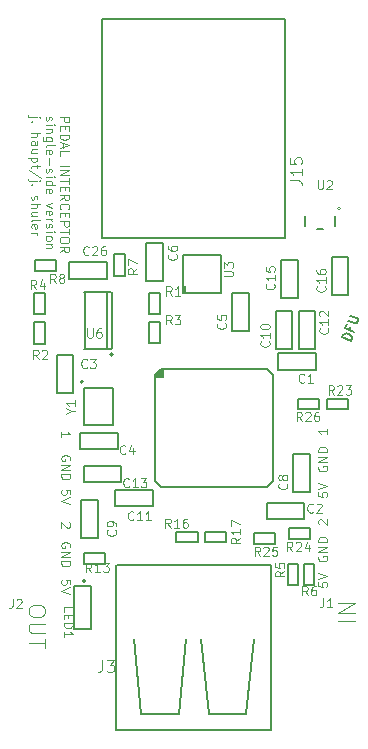
<source format=gbr>
G04 #@! TF.GenerationSoftware,KiCad,Pcbnew,5.0.2+dfsg1-1*
G04 #@! TF.CreationDate,2020-08-15T21:59:55-04:00*
G04 #@! TF.ProjectId,interceptor,696e7465-7263-4657-9074-6f722e6b6963,rev?*
G04 #@! TF.SameCoordinates,Original*
G04 #@! TF.FileFunction,Legend,Top*
G04 #@! TF.FilePolarity,Positive*
%FSLAX46Y46*%
G04 Gerber Fmt 4.6, Leading zero omitted, Abs format (unit mm)*
G04 Created by KiCad (PCBNEW 5.0.2+dfsg1-1) date Sat 15 Aug 2020 09:59:55 PM EDT*
%MOMM*%
%LPD*%
G01*
G04 APERTURE LIST*
%ADD10C,0.150000*%
%ADD11C,0.065024*%
%ADD12C,0.081280*%
%ADD13C,0.101600*%
%ADD14C,0.200000*%
%ADD15C,0.152400*%
%ADD16C,0.203200*%
%ADD17C,0.100000*%
%ADD18C,0.127000*%
%ADD19C,0.061772*%
%ADD20C,0.077216*%
G04 APERTURE END LIST*
D10*
X135141421Y-118500000D02*
G75*
G03X135141421Y-118500000I-141421J0D01*
G01*
D11*
X132983297Y-79226113D02*
X133755457Y-79226113D01*
X133755457Y-79520269D01*
X133718688Y-79593808D01*
X133681918Y-79630577D01*
X133608379Y-79667347D01*
X133498070Y-79667347D01*
X133424531Y-79630577D01*
X133387762Y-79593808D01*
X133350992Y-79520269D01*
X133350992Y-79226113D01*
X133387762Y-79998273D02*
X133387762Y-80255659D01*
X132983297Y-80365968D02*
X132983297Y-79998273D01*
X133755457Y-79998273D01*
X133755457Y-80365968D01*
X132983297Y-80696894D02*
X133755457Y-80696894D01*
X133755457Y-80880741D01*
X133718688Y-80991050D01*
X133645148Y-81064589D01*
X133571609Y-81101358D01*
X133424531Y-81138128D01*
X133314223Y-81138128D01*
X133167145Y-81101358D01*
X133093606Y-81064589D01*
X133020067Y-80991050D01*
X132983297Y-80880741D01*
X132983297Y-80696894D01*
X133203914Y-81432284D02*
X133203914Y-81799979D01*
X132983297Y-81358745D02*
X133755457Y-81616132D01*
X132983297Y-81873518D01*
X132983297Y-82498600D02*
X132983297Y-82130905D01*
X133755457Y-82130905D01*
X132983297Y-83344299D02*
X133755457Y-83344299D01*
X132983297Y-83711995D02*
X133755457Y-83711995D01*
X132983297Y-84153229D01*
X133755457Y-84153229D01*
X133755457Y-84410616D02*
X133755457Y-84851850D01*
X132983297Y-84631233D02*
X133755457Y-84631233D01*
X133387762Y-85109237D02*
X133387762Y-85366623D01*
X132983297Y-85476932D02*
X132983297Y-85109237D01*
X133755457Y-85109237D01*
X133755457Y-85476932D01*
X132983297Y-86249092D02*
X133350992Y-85991705D01*
X132983297Y-85807857D02*
X133755457Y-85807857D01*
X133755457Y-86102014D01*
X133718688Y-86175553D01*
X133681918Y-86212322D01*
X133608379Y-86249092D01*
X133498070Y-86249092D01*
X133424531Y-86212322D01*
X133387762Y-86175553D01*
X133350992Y-86102014D01*
X133350992Y-85807857D01*
X133056836Y-87021252D02*
X133020067Y-86984482D01*
X132983297Y-86874174D01*
X132983297Y-86800635D01*
X133020067Y-86690326D01*
X133093606Y-86616787D01*
X133167145Y-86580017D01*
X133314223Y-86543248D01*
X133424531Y-86543248D01*
X133571609Y-86580017D01*
X133645148Y-86616787D01*
X133718688Y-86690326D01*
X133755457Y-86800635D01*
X133755457Y-86874174D01*
X133718688Y-86984482D01*
X133681918Y-87021252D01*
X133387762Y-87352177D02*
X133387762Y-87609564D01*
X132983297Y-87719873D02*
X132983297Y-87352177D01*
X133755457Y-87352177D01*
X133755457Y-87719873D01*
X132983297Y-88050798D02*
X133755457Y-88050798D01*
X133755457Y-88344955D01*
X133718688Y-88418494D01*
X133681918Y-88455263D01*
X133608379Y-88492033D01*
X133498070Y-88492033D01*
X133424531Y-88455263D01*
X133387762Y-88418494D01*
X133350992Y-88344955D01*
X133350992Y-88050798D01*
X133755457Y-88712650D02*
X133755457Y-89153884D01*
X132983297Y-88933267D02*
X133755457Y-88933267D01*
X133755457Y-89558349D02*
X133755457Y-89705427D01*
X133718688Y-89778966D01*
X133645148Y-89852505D01*
X133498070Y-89889275D01*
X133240684Y-89889275D01*
X133093606Y-89852505D01*
X133020067Y-89778966D01*
X132983297Y-89705427D01*
X132983297Y-89558349D01*
X133020067Y-89484810D01*
X133093606Y-89411271D01*
X133240684Y-89374501D01*
X133498070Y-89374501D01*
X133645148Y-89411271D01*
X133718688Y-89484810D01*
X133755457Y-89558349D01*
X132983297Y-90661435D02*
X133350992Y-90404048D01*
X132983297Y-90220200D02*
X133755457Y-90220200D01*
X133755457Y-90514357D01*
X133718688Y-90587896D01*
X133681918Y-90624665D01*
X133608379Y-90661435D01*
X133498070Y-90661435D01*
X133424531Y-90624665D01*
X133387762Y-90587896D01*
X133350992Y-90514357D01*
X133350992Y-90220200D01*
X131796803Y-79189343D02*
X131760033Y-79262882D01*
X131760033Y-79409960D01*
X131796803Y-79483499D01*
X131870342Y-79520269D01*
X131907111Y-79520269D01*
X131980650Y-79483499D01*
X132017420Y-79409960D01*
X132017420Y-79299652D01*
X132054189Y-79226113D01*
X132127728Y-79189343D01*
X132164498Y-79189343D01*
X132238037Y-79226113D01*
X132274806Y-79299652D01*
X132274806Y-79409960D01*
X132238037Y-79483499D01*
X131760033Y-79851195D02*
X132274806Y-79851195D01*
X132532193Y-79851195D02*
X132495424Y-79814425D01*
X132458654Y-79851195D01*
X132495424Y-79887964D01*
X132532193Y-79851195D01*
X132458654Y-79851195D01*
X132274806Y-80218890D02*
X131760033Y-80218890D01*
X132201267Y-80218890D02*
X132238037Y-80255659D01*
X132274806Y-80329198D01*
X132274806Y-80439507D01*
X132238037Y-80513046D01*
X132164498Y-80549816D01*
X131760033Y-80549816D01*
X132274806Y-81248437D02*
X131649724Y-81248437D01*
X131576185Y-81211667D01*
X131539416Y-81174897D01*
X131502646Y-81101358D01*
X131502646Y-80991050D01*
X131539416Y-80917511D01*
X131796803Y-81248437D02*
X131760033Y-81174897D01*
X131760033Y-81027819D01*
X131796803Y-80954280D01*
X131833572Y-80917511D01*
X131907111Y-80880741D01*
X132127728Y-80880741D01*
X132201267Y-80917511D01*
X132238037Y-80954280D01*
X132274806Y-81027819D01*
X132274806Y-81174897D01*
X132238037Y-81248437D01*
X131760033Y-81726440D02*
X131796803Y-81652901D01*
X131870342Y-81616132D01*
X132532193Y-81616132D01*
X131796803Y-82314753D02*
X131760033Y-82241214D01*
X131760033Y-82094136D01*
X131796803Y-82020597D01*
X131870342Y-81983827D01*
X132164498Y-81983827D01*
X132238037Y-82020597D01*
X132274806Y-82094136D01*
X132274806Y-82241214D01*
X132238037Y-82314753D01*
X132164498Y-82351522D01*
X132090959Y-82351522D01*
X132017420Y-81983827D01*
X132054189Y-82682448D02*
X132054189Y-83270760D01*
X131796803Y-83601686D02*
X131760033Y-83675225D01*
X131760033Y-83822303D01*
X131796803Y-83895842D01*
X131870342Y-83932612D01*
X131907111Y-83932612D01*
X131980650Y-83895842D01*
X132017420Y-83822303D01*
X132017420Y-83711995D01*
X132054189Y-83638456D01*
X132127728Y-83601686D01*
X132164498Y-83601686D01*
X132238037Y-83638456D01*
X132274806Y-83711995D01*
X132274806Y-83822303D01*
X132238037Y-83895842D01*
X131760033Y-84263537D02*
X132274806Y-84263537D01*
X132532193Y-84263537D02*
X132495424Y-84226768D01*
X132458654Y-84263537D01*
X132495424Y-84300307D01*
X132532193Y-84263537D01*
X132458654Y-84263537D01*
X131760033Y-84962158D02*
X132532193Y-84962158D01*
X131796803Y-84962158D02*
X131760033Y-84888619D01*
X131760033Y-84741541D01*
X131796803Y-84668002D01*
X131833572Y-84631233D01*
X131907111Y-84594463D01*
X132127728Y-84594463D01*
X132201267Y-84631233D01*
X132238037Y-84668002D01*
X132274806Y-84741541D01*
X132274806Y-84888619D01*
X132238037Y-84962158D01*
X131796803Y-85624010D02*
X131760033Y-85550471D01*
X131760033Y-85403393D01*
X131796803Y-85329854D01*
X131870342Y-85293084D01*
X132164498Y-85293084D01*
X132238037Y-85329854D01*
X132274806Y-85403393D01*
X132274806Y-85550471D01*
X132238037Y-85624010D01*
X132164498Y-85660779D01*
X132090959Y-85660779D01*
X132017420Y-85293084D01*
X132274806Y-86506478D02*
X131760033Y-86690326D01*
X132274806Y-86874174D01*
X131796803Y-87462486D02*
X131760033Y-87388947D01*
X131760033Y-87241869D01*
X131796803Y-87168330D01*
X131870342Y-87131560D01*
X132164498Y-87131560D01*
X132238037Y-87168330D01*
X132274806Y-87241869D01*
X132274806Y-87388947D01*
X132238037Y-87462486D01*
X132164498Y-87499256D01*
X132090959Y-87499256D01*
X132017420Y-87131560D01*
X131760033Y-87830181D02*
X132274806Y-87830181D01*
X132127728Y-87830181D02*
X132201267Y-87866951D01*
X132238037Y-87903720D01*
X132274806Y-87977259D01*
X132274806Y-88050798D01*
X131796803Y-88271416D02*
X131760033Y-88344955D01*
X131760033Y-88492033D01*
X131796803Y-88565572D01*
X131870342Y-88602341D01*
X131907111Y-88602341D01*
X131980650Y-88565572D01*
X132017420Y-88492033D01*
X132017420Y-88381724D01*
X132054189Y-88308185D01*
X132127728Y-88271416D01*
X132164498Y-88271416D01*
X132238037Y-88308185D01*
X132274806Y-88381724D01*
X132274806Y-88492033D01*
X132238037Y-88565572D01*
X131760033Y-88933267D02*
X132274806Y-88933267D01*
X132532193Y-88933267D02*
X132495424Y-88896497D01*
X132458654Y-88933267D01*
X132495424Y-88970037D01*
X132532193Y-88933267D01*
X132458654Y-88933267D01*
X131760033Y-89411271D02*
X131796803Y-89337732D01*
X131833572Y-89300962D01*
X131907111Y-89264193D01*
X132127728Y-89264193D01*
X132201267Y-89300962D01*
X132238037Y-89337732D01*
X132274806Y-89411271D01*
X132274806Y-89521579D01*
X132238037Y-89595118D01*
X132201267Y-89631888D01*
X132127728Y-89668657D01*
X131907111Y-89668657D01*
X131833572Y-89631888D01*
X131796803Y-89595118D01*
X131760033Y-89521579D01*
X131760033Y-89411271D01*
X132274806Y-89999583D02*
X131760033Y-89999583D01*
X132201267Y-89999583D02*
X132238037Y-90036353D01*
X132274806Y-90109892D01*
X132274806Y-90220200D01*
X132238037Y-90293739D01*
X132164498Y-90330509D01*
X131760033Y-90330509D01*
X131051542Y-79226113D02*
X130389691Y-79226113D01*
X130316152Y-79189343D01*
X130279382Y-79115804D01*
X130279382Y-79079035D01*
X131308929Y-79226113D02*
X131272160Y-79189343D01*
X131235390Y-79226113D01*
X131272160Y-79262882D01*
X131308929Y-79226113D01*
X131235390Y-79226113D01*
X130610308Y-79593808D02*
X130573539Y-79630577D01*
X130536769Y-79593808D01*
X130573539Y-79557038D01*
X130610308Y-79593808D01*
X130536769Y-79593808D01*
X130536769Y-80549816D02*
X131308929Y-80549816D01*
X130536769Y-80880741D02*
X130941234Y-80880741D01*
X131014773Y-80843972D01*
X131051542Y-80770433D01*
X131051542Y-80660124D01*
X131014773Y-80586585D01*
X130978003Y-80549816D01*
X130536769Y-81579362D02*
X130941234Y-81579362D01*
X131014773Y-81542593D01*
X131051542Y-81469054D01*
X131051542Y-81321976D01*
X131014773Y-81248437D01*
X130573539Y-81579362D02*
X130536769Y-81505823D01*
X130536769Y-81321976D01*
X130573539Y-81248437D01*
X130647078Y-81211667D01*
X130720617Y-81211667D01*
X130794156Y-81248437D01*
X130830925Y-81321976D01*
X130830925Y-81505823D01*
X130867695Y-81579362D01*
X131051542Y-82277983D02*
X130536769Y-82277983D01*
X131051542Y-81947057D02*
X130647078Y-81947057D01*
X130573539Y-81983827D01*
X130536769Y-82057366D01*
X130536769Y-82167675D01*
X130573539Y-82241214D01*
X130610308Y-82277983D01*
X131051542Y-82645678D02*
X130279382Y-82645678D01*
X131014773Y-82645678D02*
X131051542Y-82719217D01*
X131051542Y-82866296D01*
X131014773Y-82939835D01*
X130978003Y-82976604D01*
X130904464Y-83013374D01*
X130683847Y-83013374D01*
X130610308Y-82976604D01*
X130573539Y-82939835D01*
X130536769Y-82866296D01*
X130536769Y-82719217D01*
X130573539Y-82645678D01*
X131051542Y-83233991D02*
X131051542Y-83528147D01*
X131308929Y-83344299D02*
X130647078Y-83344299D01*
X130573539Y-83381069D01*
X130536769Y-83454608D01*
X130536769Y-83528147D01*
X131345699Y-84337077D02*
X130352921Y-83675225D01*
X131051542Y-84594463D02*
X130389691Y-84594463D01*
X130316152Y-84557694D01*
X130279382Y-84484155D01*
X130279382Y-84447385D01*
X131308929Y-84594463D02*
X131272160Y-84557694D01*
X131235390Y-84594463D01*
X131272160Y-84631233D01*
X131308929Y-84594463D01*
X131235390Y-84594463D01*
X130610308Y-84962158D02*
X130573539Y-84998928D01*
X130536769Y-84962158D01*
X130573539Y-84925389D01*
X130610308Y-84962158D01*
X130536769Y-84962158D01*
X130573539Y-85881397D02*
X130536769Y-85954936D01*
X130536769Y-86102014D01*
X130573539Y-86175553D01*
X130647078Y-86212322D01*
X130683847Y-86212322D01*
X130757386Y-86175553D01*
X130794156Y-86102014D01*
X130794156Y-85991705D01*
X130830925Y-85918166D01*
X130904464Y-85881397D01*
X130941234Y-85881397D01*
X131014773Y-85918166D01*
X131051542Y-85991705D01*
X131051542Y-86102014D01*
X131014773Y-86175553D01*
X130536769Y-86543248D02*
X131308929Y-86543248D01*
X130536769Y-86874174D02*
X130941234Y-86874174D01*
X131014773Y-86837404D01*
X131051542Y-86763865D01*
X131051542Y-86653557D01*
X131014773Y-86580017D01*
X130978003Y-86543248D01*
X131051542Y-87572795D02*
X130536769Y-87572795D01*
X131051542Y-87241869D02*
X130647078Y-87241869D01*
X130573539Y-87278638D01*
X130536769Y-87352177D01*
X130536769Y-87462486D01*
X130573539Y-87536025D01*
X130610308Y-87572795D01*
X130536769Y-88050798D02*
X130573539Y-87977259D01*
X130647078Y-87940490D01*
X131308929Y-87940490D01*
X130573539Y-88639111D02*
X130536769Y-88565572D01*
X130536769Y-88418494D01*
X130573539Y-88344955D01*
X130647078Y-88308185D01*
X130941234Y-88308185D01*
X131014773Y-88344955D01*
X131051542Y-88418494D01*
X131051542Y-88565572D01*
X131014773Y-88639111D01*
X130941234Y-88675880D01*
X130867695Y-88675880D01*
X130794156Y-88308185D01*
X130536769Y-89006806D02*
X131051542Y-89006806D01*
X130904464Y-89006806D02*
X130978003Y-89043576D01*
X131014773Y-89080345D01*
X131051542Y-89153884D01*
X131051542Y-89227423D01*
X133818260Y-115648177D02*
X133855029Y-115574638D01*
X133855029Y-115464330D01*
X133818260Y-115354021D01*
X133744720Y-115280482D01*
X133671181Y-115243713D01*
X133524103Y-115206943D01*
X133413795Y-115206943D01*
X133266717Y-115243713D01*
X133193178Y-115280482D01*
X133119639Y-115354021D01*
X133082869Y-115464330D01*
X133082869Y-115537869D01*
X133119639Y-115648177D01*
X133156408Y-115684947D01*
X133413795Y-115684947D01*
X133413795Y-115537869D01*
X133082869Y-116015873D02*
X133855029Y-116015873D01*
X133082869Y-116457107D01*
X133855029Y-116457107D01*
X133082869Y-116824802D02*
X133855029Y-116824802D01*
X133855029Y-117008650D01*
X133818260Y-117118958D01*
X133744720Y-117192497D01*
X133671181Y-117229267D01*
X133524103Y-117266037D01*
X133413795Y-117266037D01*
X133266717Y-117229267D01*
X133193178Y-117192497D01*
X133119639Y-117118958D01*
X133082869Y-117008650D01*
X133082869Y-116824802D01*
X133781490Y-113530543D02*
X133818260Y-113567313D01*
X133855029Y-113640852D01*
X133855029Y-113824699D01*
X133818260Y-113898238D01*
X133781490Y-113935008D01*
X133707951Y-113971777D01*
X133634412Y-113971777D01*
X133524103Y-113935008D01*
X133082869Y-113493774D01*
X133082869Y-113971777D01*
X133082869Y-106300977D02*
X133082869Y-105859743D01*
X133082869Y-106080360D02*
X133855029Y-106080360D01*
X133744720Y-106006821D01*
X133671181Y-105933282D01*
X133634412Y-105859743D01*
D12*
X131716666Y-120902832D02*
X131716666Y-121169498D01*
X131650000Y-121302832D01*
X131516666Y-121436165D01*
X131250000Y-121502832D01*
X130783333Y-121502832D01*
X130516666Y-121436165D01*
X130383333Y-121302832D01*
X130316666Y-121169498D01*
X130316666Y-120902832D01*
X130383333Y-120769498D01*
X130516666Y-120636165D01*
X130783333Y-120569498D01*
X131250000Y-120569498D01*
X131516666Y-120636165D01*
X131650000Y-120769498D01*
X131716666Y-120902832D01*
X131716666Y-122102832D02*
X130583333Y-122102832D01*
X130450000Y-122169498D01*
X130383333Y-122236165D01*
X130316666Y-122369498D01*
X130316666Y-122636165D01*
X130383333Y-122769498D01*
X130450000Y-122836165D01*
X130583333Y-122902832D01*
X131716666Y-122902832D01*
X131716666Y-123369498D02*
X131716666Y-124169498D01*
X130316666Y-123769498D02*
X131716666Y-123769498D01*
D13*
X157933333Y-121850626D02*
X156533333Y-121850626D01*
X157933333Y-121183960D02*
X156533333Y-121183960D01*
X157933333Y-120383960D01*
X156533333Y-120383960D01*
D11*
X155615330Y-105598622D02*
X155615330Y-106039856D01*
X155615330Y-105819239D02*
X154843170Y-105819239D01*
X154953479Y-105892778D01*
X155027018Y-105966317D01*
X155063787Y-106039856D01*
X154916709Y-113710656D02*
X154879940Y-113673886D01*
X154843170Y-113600347D01*
X154843170Y-113416500D01*
X154879940Y-113342961D01*
X154916709Y-113306191D01*
X154990248Y-113269422D01*
X155063787Y-113269422D01*
X155174096Y-113306191D01*
X155615330Y-113747425D01*
X155615330Y-113269422D01*
X154879940Y-116393622D02*
X154843170Y-116467161D01*
X154843170Y-116577469D01*
X154879940Y-116687778D01*
X154953479Y-116761317D01*
X155027018Y-116798086D01*
X155174096Y-116834856D01*
X155284404Y-116834856D01*
X155431482Y-116798086D01*
X155505021Y-116761317D01*
X155578560Y-116687778D01*
X155615330Y-116577469D01*
X155615330Y-116503930D01*
X155578560Y-116393622D01*
X155541791Y-116356852D01*
X155284404Y-116356852D01*
X155284404Y-116503930D01*
X155615330Y-116025926D02*
X154843170Y-116025926D01*
X155615330Y-115584692D01*
X154843170Y-115584692D01*
X155615330Y-115216997D02*
X154843170Y-115216997D01*
X154843170Y-115033149D01*
X154879940Y-114922841D01*
X154953479Y-114849302D01*
X155027018Y-114812532D01*
X155174096Y-114775762D01*
X155284404Y-114775762D01*
X155431482Y-114812532D01*
X155505021Y-114849302D01*
X155578560Y-114922841D01*
X155615330Y-115033149D01*
X155615330Y-115216997D01*
X154843170Y-118589391D02*
X154843170Y-118957086D01*
X155210865Y-118993856D01*
X155174096Y-118957086D01*
X155137326Y-118883547D01*
X155137326Y-118699700D01*
X155174096Y-118626161D01*
X155210865Y-118589391D01*
X155284404Y-118552622D01*
X155468252Y-118552622D01*
X155541791Y-118589391D01*
X155578560Y-118626161D01*
X155615330Y-118699700D01*
X155615330Y-118883547D01*
X155578560Y-118957086D01*
X155541791Y-118993856D01*
X154843170Y-118332004D02*
X155615330Y-118074618D01*
X154843170Y-117817231D01*
X133818260Y-108282177D02*
X133855029Y-108208638D01*
X133855029Y-108098330D01*
X133818260Y-107988021D01*
X133744720Y-107914482D01*
X133671181Y-107877713D01*
X133524103Y-107840943D01*
X133413795Y-107840943D01*
X133266717Y-107877713D01*
X133193178Y-107914482D01*
X133119639Y-107988021D01*
X133082869Y-108098330D01*
X133082869Y-108171869D01*
X133119639Y-108282177D01*
X133156408Y-108318947D01*
X133413795Y-108318947D01*
X133413795Y-108171869D01*
X133082869Y-108649873D02*
X133855029Y-108649873D01*
X133082869Y-109091107D01*
X133855029Y-109091107D01*
X133082869Y-109458802D02*
X133855029Y-109458802D01*
X133855029Y-109642650D01*
X133818260Y-109752958D01*
X133744720Y-109826497D01*
X133671181Y-109863267D01*
X133524103Y-109900037D01*
X133413795Y-109900037D01*
X133266717Y-109863267D01*
X133193178Y-109826497D01*
X133119639Y-109752958D01*
X133082869Y-109642650D01*
X133082869Y-109458802D01*
X133855029Y-111166408D02*
X133855029Y-110798713D01*
X133487334Y-110761943D01*
X133524103Y-110798713D01*
X133560873Y-110872252D01*
X133560873Y-111056099D01*
X133524103Y-111129638D01*
X133487334Y-111166408D01*
X133413795Y-111203177D01*
X133229947Y-111203177D01*
X133156408Y-111166408D01*
X133119639Y-111129638D01*
X133082869Y-111056099D01*
X133082869Y-110872252D01*
X133119639Y-110798713D01*
X133156408Y-110761943D01*
X133855029Y-111423795D02*
X133082869Y-111681181D01*
X133855029Y-111938568D01*
X133855029Y-118786408D02*
X133855029Y-118418713D01*
X133487334Y-118381943D01*
X133524103Y-118418713D01*
X133560873Y-118492252D01*
X133560873Y-118676099D01*
X133524103Y-118749638D01*
X133487334Y-118786408D01*
X133413795Y-118823177D01*
X133229947Y-118823177D01*
X133156408Y-118786408D01*
X133119639Y-118749638D01*
X133082869Y-118676099D01*
X133082869Y-118492252D01*
X133119639Y-118418713D01*
X133156408Y-118381943D01*
X133855029Y-119043795D02*
X133082869Y-119301181D01*
X133855029Y-119558568D01*
X154879940Y-108773622D02*
X154843170Y-108847161D01*
X154843170Y-108957469D01*
X154879940Y-109067778D01*
X154953479Y-109141317D01*
X155027018Y-109178086D01*
X155174096Y-109214856D01*
X155284404Y-109214856D01*
X155431482Y-109178086D01*
X155505021Y-109141317D01*
X155578560Y-109067778D01*
X155615330Y-108957469D01*
X155615330Y-108883930D01*
X155578560Y-108773622D01*
X155541791Y-108736852D01*
X155284404Y-108736852D01*
X155284404Y-108883930D01*
X155615330Y-108405926D02*
X154843170Y-108405926D01*
X155615330Y-107964692D01*
X154843170Y-107964692D01*
X155615330Y-107596997D02*
X154843170Y-107596997D01*
X154843170Y-107413149D01*
X154879940Y-107302841D01*
X154953479Y-107229302D01*
X155027018Y-107192532D01*
X155174096Y-107155762D01*
X155284404Y-107155762D01*
X155431482Y-107192532D01*
X155505021Y-107229302D01*
X155578560Y-107302841D01*
X155615330Y-107413149D01*
X155615330Y-107596997D01*
X154843170Y-110969391D02*
X154843170Y-111337086D01*
X155210865Y-111373856D01*
X155174096Y-111337086D01*
X155137326Y-111263547D01*
X155137326Y-111079700D01*
X155174096Y-111006161D01*
X155210865Y-110969391D01*
X155284404Y-110932622D01*
X155468252Y-110932622D01*
X155541791Y-110969391D01*
X155578560Y-111006161D01*
X155615330Y-111079700D01*
X155615330Y-111263547D01*
X155578560Y-111337086D01*
X155541791Y-111373856D01*
X154843170Y-110712004D02*
X155615330Y-110454618D01*
X154843170Y-110197231D01*
D14*
G04 #@! TO.C,U6*
X135057000Y-93987000D02*
X137343000Y-93987000D01*
X135057000Y-98813000D02*
X137343000Y-98813000D01*
D15*
X137470000Y-99321000D02*
G75*
G03X137470000Y-99321000I-127000J0D01*
G01*
D16*
X136965000Y-94000000D02*
X136965000Y-98800000D01*
X137346000Y-94000000D02*
X137346000Y-98800000D01*
X135062000Y-98800000D02*
X135062000Y-94000000D01*
D17*
G04 #@! TO.C,U3*
G36*
X143400000Y-94100000D02*
X143400000Y-93500000D01*
X143650000Y-93500000D01*
X143650000Y-94100000D01*
X143400000Y-94100000D01*
G37*
D18*
X146600000Y-94100000D02*
X143400000Y-94100000D01*
X146600000Y-90900000D02*
X146600000Y-94100000D01*
X143400000Y-90900000D02*
X146600000Y-90900000D01*
X143400000Y-94100000D02*
X143400000Y-90900000D01*
G04 #@! TO.C,J3*
X143041000Y-129749600D02*
X143676000Y-123399600D01*
X139866000Y-129749600D02*
X143041000Y-129749600D01*
X139231000Y-123399600D02*
X139866000Y-129749600D01*
X145581000Y-129749600D02*
X144946000Y-123399600D01*
X148756000Y-129749600D02*
X145581000Y-129749600D01*
X149391000Y-123399600D02*
X148756000Y-129749600D01*
X137808600Y-117151200D02*
X150813400Y-117151200D01*
X137834000Y-131146600D02*
X150788000Y-131146600D01*
X150876900Y-117163900D02*
X150876900Y-131146600D01*
X137745100Y-117163900D02*
X137745100Y-131146600D01*
G04 #@! TO.C,C1*
X154671900Y-99215200D02*
X151471900Y-99215200D01*
X154671900Y-100615200D02*
X154671900Y-99215200D01*
X151471900Y-100615200D02*
X154671900Y-100615200D01*
X151471900Y-99215200D02*
X151471900Y-100615200D01*
G04 #@! TO.C,C10*
X151228900Y-95673600D02*
X151228900Y-98873600D01*
X152628900Y-95673600D02*
X151228900Y-95673600D01*
X152628900Y-98873600D02*
X152628900Y-95673600D01*
X151228900Y-98873600D02*
X152628900Y-98873600D01*
G04 #@! TO.C,C11*
X137669100Y-112161600D02*
X140869100Y-112161600D01*
X137669100Y-110761600D02*
X137669100Y-112161600D01*
X140869100Y-110761600D02*
X137669100Y-110761600D01*
X140869100Y-112161600D02*
X140869100Y-110761600D01*
G04 #@! TO.C,C12*
X153184700Y-95673600D02*
X153184700Y-98873600D01*
X154584700Y-95673600D02*
X153184700Y-95673600D01*
X154584700Y-98873600D02*
X154584700Y-95673600D01*
X153184700Y-98873600D02*
X154584700Y-98873600D01*
G04 #@! TO.C,C13*
X134976700Y-110129600D02*
X138176700Y-110129600D01*
X134976700Y-108729600D02*
X134976700Y-110129600D01*
X138176700Y-108729600D02*
X134976700Y-108729600D01*
X138176700Y-110129600D02*
X138176700Y-108729600D01*
G04 #@! TO.C,C15*
X151700000Y-91300000D02*
X151700000Y-94500000D01*
X153100000Y-91300000D02*
X151700000Y-91300000D01*
X153100000Y-94500000D02*
X153100000Y-91300000D01*
X151700000Y-94500000D02*
X153100000Y-94500000D01*
G04 #@! TO.C,C16*
X156000000Y-91100000D02*
X156000000Y-94300000D01*
X157400000Y-91100000D02*
X156000000Y-91100000D01*
X157400000Y-94300000D02*
X157400000Y-91100000D01*
X156000000Y-94300000D02*
X157400000Y-94300000D01*
G04 #@! TO.C,C2*
X150470700Y-113279200D02*
X153670700Y-113279200D01*
X150470700Y-111879200D02*
X150470700Y-113279200D01*
X153670700Y-111879200D02*
X150470700Y-111879200D01*
X153670700Y-113279200D02*
X153670700Y-111879200D01*
G04 #@! TO.C,C26*
X136950000Y-91500000D02*
X133750000Y-91500000D01*
X136950000Y-92900000D02*
X136950000Y-91500000D01*
X133750000Y-92900000D02*
X136950000Y-92900000D01*
X133750000Y-91500000D02*
X133750000Y-92900000D01*
G04 #@! TO.C,C3*
X134100000Y-102600000D02*
X134100000Y-99400000D01*
X132700000Y-102600000D02*
X134100000Y-102600000D01*
X132700000Y-99400000D02*
X132700000Y-102600000D01*
X134100000Y-99400000D02*
X132700000Y-99400000D01*
G04 #@! TO.C,C4*
X134671900Y-107335600D02*
X137871900Y-107335600D01*
X134671900Y-105935600D02*
X134671900Y-107335600D01*
X137871900Y-105935600D02*
X134671900Y-105935600D01*
X137871900Y-107335600D02*
X137871900Y-105935600D01*
G04 #@! TO.C,C8*
X152742300Y-107728000D02*
X152742300Y-110928000D01*
X154142300Y-107728000D02*
X152742300Y-107728000D01*
X154142300Y-110928000D02*
X154142300Y-107728000D01*
X152742300Y-110928000D02*
X154142300Y-110928000D01*
G04 #@! TO.C,C9*
X136200000Y-114850000D02*
X136200000Y-111650000D01*
X134800000Y-114850000D02*
X136200000Y-114850000D01*
X134800000Y-111650000D02*
X134800000Y-114850000D01*
X136200000Y-111650000D02*
X134800000Y-111650000D01*
G04 #@! TO.C,J15*
X151997000Y-70876000D02*
X136503000Y-70876000D01*
X151997000Y-89418000D02*
X151997000Y-70876000D01*
X136503000Y-89418000D02*
X151997000Y-89418000D01*
X136503000Y-70876000D02*
X136503000Y-89418000D01*
G04 #@! TO.C,R1*
X141450000Y-95900000D02*
X141450000Y-94100000D01*
X140550000Y-95900000D02*
X141450000Y-95900000D01*
X140550000Y-94100000D02*
X140550000Y-95900000D01*
X141450000Y-94100000D02*
X140550000Y-94100000D01*
G04 #@! TO.C,R13*
X136800000Y-116150000D02*
X135000000Y-116150000D01*
X136800000Y-117050000D02*
X136800000Y-116150000D01*
X135000000Y-117050000D02*
X136800000Y-117050000D01*
X135000000Y-116150000D02*
X135000000Y-117050000D01*
G04 #@! TO.C,R16*
X142839500Y-115213600D02*
X144639500Y-115213600D01*
X142839500Y-114313600D02*
X142839500Y-115213600D01*
X144639500Y-114313600D02*
X142839500Y-114313600D01*
X144639500Y-115213600D02*
X144639500Y-114313600D01*
G04 #@! TO.C,R17*
X145227100Y-115213600D02*
X147027100Y-115213600D01*
X145227100Y-114313600D02*
X145227100Y-115213600D01*
X147027100Y-114313600D02*
X145227100Y-114313600D01*
X147027100Y-115213600D02*
X147027100Y-114313600D01*
G04 #@! TO.C,R2*
X131700000Y-98400000D02*
X131700000Y-96600000D01*
X130800000Y-98400000D02*
X131700000Y-98400000D01*
X130800000Y-96600000D02*
X130800000Y-98400000D01*
X131700000Y-96600000D02*
X130800000Y-96600000D01*
G04 #@! TO.C,R23*
X157400000Y-103050000D02*
X155600000Y-103050000D01*
X157400000Y-103950000D02*
X157400000Y-103050000D01*
X155600000Y-103950000D02*
X157400000Y-103950000D01*
X155600000Y-103050000D02*
X155600000Y-103950000D01*
G04 #@! TO.C,R24*
X154150000Y-114050000D02*
X152350000Y-114050000D01*
X154150000Y-114950000D02*
X154150000Y-114050000D01*
X152350000Y-114950000D02*
X154150000Y-114950000D01*
X152350000Y-114050000D02*
X152350000Y-114950000D01*
G04 #@! TO.C,R25*
X149400000Y-115350000D02*
X151200000Y-115350000D01*
X149400000Y-114450000D02*
X149400000Y-115350000D01*
X151200000Y-114450000D02*
X149400000Y-114450000D01*
X151200000Y-115350000D02*
X151200000Y-114450000D01*
G04 #@! TO.C,R26*
X154950000Y-103050000D02*
X153150000Y-103050000D01*
X154950000Y-103950000D02*
X154950000Y-103050000D01*
X153150000Y-103950000D02*
X154950000Y-103950000D01*
X153150000Y-103050000D02*
X153150000Y-103950000D01*
G04 #@! TO.C,R3*
X141450000Y-98350000D02*
X141450000Y-96550000D01*
X140550000Y-98350000D02*
X141450000Y-98350000D01*
X140550000Y-96550000D02*
X140550000Y-98350000D01*
X141450000Y-96550000D02*
X140550000Y-96550000D01*
G04 #@! TO.C,R4*
X131700000Y-95900000D02*
X131700000Y-94100000D01*
X130800000Y-95900000D02*
X131700000Y-95900000D01*
X130800000Y-94100000D02*
X130800000Y-95900000D01*
X131700000Y-94100000D02*
X130800000Y-94100000D01*
D17*
G04 #@! TO.C,U1*
G36*
X141025500Y-101318000D02*
X141825500Y-101318000D01*
X141825500Y-100518000D01*
X141525500Y-100518000D01*
X141025500Y-101018000D01*
X141025500Y-101318000D01*
G37*
D15*
X141025500Y-110018000D02*
X141025500Y-101018000D01*
X141525500Y-110518000D02*
X141025500Y-110018000D01*
X150525500Y-110518000D02*
X141525500Y-110518000D01*
X151025500Y-110018000D02*
X150525500Y-110518000D01*
X151025500Y-101018000D02*
X151025500Y-110018000D01*
X150525500Y-100518000D02*
X151025500Y-101018000D01*
X141525500Y-100518000D02*
X150525500Y-100518000D01*
X141025500Y-101018000D02*
X141525500Y-100518000D01*
D17*
G04 #@! TO.C,U2*
X156727200Y-86984000D02*
G75*
G03X156727200Y-86984000I-127000J0D01*
G01*
D16*
X155268400Y-88708800D02*
X154731600Y-88708800D01*
X156270000Y-87570600D02*
X156270000Y-88429400D01*
X153730000Y-88429400D02*
X153730000Y-87570600D01*
D18*
G04 #@! TO.C,Y1*
X134911700Y-101620800D02*
G75*
G03X134911700Y-101620800I-100000J0D01*
G01*
X137511700Y-105320800D02*
X137511700Y-102120800D01*
X135011700Y-105320800D02*
X137511700Y-105320800D01*
X135011700Y-102120800D02*
X135011700Y-105320800D01*
X137511700Y-102120800D02*
X135011700Y-102120800D01*
G04 #@! TO.C,R7*
X138450000Y-92650000D02*
X138450000Y-90850000D01*
X137550000Y-92650000D02*
X138450000Y-92650000D01*
X137550000Y-90850000D02*
X137550000Y-92650000D01*
X138450000Y-90850000D02*
X137550000Y-90850000D01*
G04 #@! TO.C,R8*
X132650000Y-91350000D02*
X130850000Y-91350000D01*
X132650000Y-92250000D02*
X132650000Y-91350000D01*
X130850000Y-92250000D02*
X132650000Y-92250000D01*
X130850000Y-91350000D02*
X130850000Y-92250000D01*
G04 #@! TO.C,C5*
X147550000Y-94150000D02*
X147550000Y-97350000D01*
X148950000Y-94150000D02*
X147550000Y-94150000D01*
X148950000Y-97350000D02*
X148950000Y-94150000D01*
X147550000Y-97350000D02*
X148950000Y-97350000D01*
G04 #@! TO.C,C6*
X141700000Y-93100000D02*
X141700000Y-89900000D01*
X140300000Y-93100000D02*
X141700000Y-93100000D01*
X140300000Y-89900000D02*
X140300000Y-93100000D01*
X141700000Y-89900000D02*
X140300000Y-89900000D01*
G04 #@! TO.C,R5*
X153155700Y-118838600D02*
X153155700Y-117038600D01*
X152255700Y-118838600D02*
X153155700Y-118838600D01*
X152255700Y-117038600D02*
X152255700Y-118838600D01*
X153155700Y-117038600D02*
X152255700Y-117038600D01*
G04 #@! TO.C,R6*
X153601900Y-117038600D02*
X153601900Y-118838600D01*
X154501900Y-117038600D02*
X153601900Y-117038600D01*
X154501900Y-118838600D02*
X154501900Y-117038600D01*
X153601900Y-118838600D02*
X154501900Y-118838600D01*
G04 #@! TO.C,LED1*
X134200000Y-118950000D02*
X134200000Y-122550000D01*
X134200000Y-122550000D02*
X135600000Y-122550000D01*
X135600000Y-122550000D02*
X135600000Y-118950000D01*
X135600000Y-118950000D02*
X134200000Y-118950000D01*
G04 #@! TO.C,U6*
D19*
X135299375Y-97113230D02*
X135299375Y-97738312D01*
X135336145Y-97811851D01*
X135372914Y-97848620D01*
X135446453Y-97885390D01*
X135593532Y-97885390D01*
X135667071Y-97848620D01*
X135703840Y-97811851D01*
X135740610Y-97738312D01*
X135740610Y-97113230D01*
X136439231Y-97113230D02*
X136292152Y-97113230D01*
X136218613Y-97150000D01*
X136181844Y-97186769D01*
X136108305Y-97297078D01*
X136071535Y-97444156D01*
X136071535Y-97738312D01*
X136108305Y-97811851D01*
X136145074Y-97848620D01*
X136218613Y-97885390D01*
X136365692Y-97885390D01*
X136439231Y-97848620D01*
X136476000Y-97811851D01*
X136512770Y-97738312D01*
X136512770Y-97554464D01*
X136476000Y-97480925D01*
X136439231Y-97444156D01*
X136365692Y-97407386D01*
X136218613Y-97407386D01*
X136145074Y-97444156D01*
X136108305Y-97480925D01*
X136071535Y-97554464D01*
G04 #@! TO.C,U3*
X146863230Y-92700624D02*
X147488312Y-92700624D01*
X147561851Y-92663854D01*
X147598620Y-92627085D01*
X147635390Y-92553546D01*
X147635390Y-92406467D01*
X147598620Y-92332928D01*
X147561851Y-92296159D01*
X147488312Y-92259389D01*
X146863230Y-92259389D01*
X146863230Y-91965233D02*
X146863230Y-91487229D01*
X147157386Y-91744616D01*
X147157386Y-91634307D01*
X147194156Y-91560768D01*
X147230925Y-91523999D01*
X147304464Y-91487229D01*
X147488312Y-91487229D01*
X147561851Y-91523999D01*
X147598620Y-91560768D01*
X147635390Y-91634307D01*
X147635390Y-91854925D01*
X147598620Y-91928464D01*
X147561851Y-91965233D01*
G04 #@! TO.C,J3*
X136563961Y-125202380D02*
X136563961Y-125916666D01*
X136516342Y-126059523D01*
X136421104Y-126154761D01*
X136278247Y-126202380D01*
X136183008Y-126202380D01*
X136944913Y-125202380D02*
X137563961Y-125202380D01*
X137230627Y-125583333D01*
X137373485Y-125583333D01*
X137468723Y-125630952D01*
X137516342Y-125678571D01*
X137563961Y-125773809D01*
X137563961Y-126011904D01*
X137516342Y-126107142D01*
X137468723Y-126154761D01*
X137373485Y-126202380D01*
X137087770Y-126202380D01*
X136992532Y-126154761D01*
X136944913Y-126107142D01*
G04 #@! TO.C,C1*
X153665233Y-101639691D02*
X153628464Y-101676460D01*
X153518155Y-101713230D01*
X153444616Y-101713230D01*
X153334307Y-101676460D01*
X153260768Y-101602921D01*
X153223999Y-101529382D01*
X153187229Y-101382304D01*
X153187229Y-101271996D01*
X153223999Y-101124918D01*
X153260768Y-101051379D01*
X153334307Y-100977840D01*
X153444616Y-100941070D01*
X153518155Y-100941070D01*
X153628464Y-100977840D01*
X153665233Y-101014609D01*
X154400624Y-101713230D02*
X153959389Y-101713230D01*
X154180007Y-101713230D02*
X154180007Y-100941070D01*
X154106467Y-101051379D01*
X154032928Y-101124918D01*
X153959389Y-101161687D01*
G04 #@! TO.C,C10*
X150656591Y-98197366D02*
X150693360Y-98234135D01*
X150730130Y-98344444D01*
X150730130Y-98417983D01*
X150693360Y-98528292D01*
X150619821Y-98601831D01*
X150546282Y-98638600D01*
X150399204Y-98675370D01*
X150288896Y-98675370D01*
X150141818Y-98638600D01*
X150068279Y-98601831D01*
X149994740Y-98528292D01*
X149957970Y-98417983D01*
X149957970Y-98344444D01*
X149994740Y-98234135D01*
X150031509Y-98197366D01*
X150730130Y-97461975D02*
X150730130Y-97903210D01*
X150730130Y-97682592D02*
X149957970Y-97682592D01*
X150068279Y-97756132D01*
X150141818Y-97829671D01*
X150178587Y-97903210D01*
X149957970Y-96983972D02*
X149957970Y-96910432D01*
X149994740Y-96836893D01*
X150031509Y-96800124D01*
X150105048Y-96763354D01*
X150252126Y-96726585D01*
X150435974Y-96726585D01*
X150583052Y-96763354D01*
X150656591Y-96800124D01*
X150693360Y-96836893D01*
X150730130Y-96910432D01*
X150730130Y-96983972D01*
X150693360Y-97057511D01*
X150656591Y-97094280D01*
X150583052Y-97131050D01*
X150435974Y-97167819D01*
X150252126Y-97167819D01*
X150105048Y-97131050D01*
X150031509Y-97094280D01*
X149994740Y-97057511D01*
X149957970Y-96983972D01*
G04 #@! TO.C,C11*
X139200089Y-113285451D02*
X139163319Y-113322220D01*
X139053011Y-113358990D01*
X138979472Y-113358990D01*
X138869163Y-113322220D01*
X138795624Y-113248681D01*
X138758854Y-113175142D01*
X138722085Y-113028064D01*
X138722085Y-112917756D01*
X138758854Y-112770678D01*
X138795624Y-112697139D01*
X138869163Y-112623600D01*
X138979472Y-112586830D01*
X139053011Y-112586830D01*
X139163319Y-112623600D01*
X139200089Y-112660369D01*
X139935479Y-113358990D02*
X139494245Y-113358990D01*
X139714862Y-113358990D02*
X139714862Y-112586830D01*
X139641323Y-112697139D01*
X139567784Y-112770678D01*
X139494245Y-112807447D01*
X140670870Y-113358990D02*
X140229635Y-113358990D01*
X140450252Y-113358990D02*
X140450252Y-112586830D01*
X140376713Y-112697139D01*
X140303174Y-112770678D01*
X140229635Y-112807447D01*
G04 #@! TO.C,C12*
X155639691Y-97084766D02*
X155676460Y-97121535D01*
X155713230Y-97231844D01*
X155713230Y-97305383D01*
X155676460Y-97415692D01*
X155602921Y-97489231D01*
X155529382Y-97526000D01*
X155382304Y-97562770D01*
X155271996Y-97562770D01*
X155124918Y-97526000D01*
X155051379Y-97489231D01*
X154977840Y-97415692D01*
X154941070Y-97305383D01*
X154941070Y-97231844D01*
X154977840Y-97121535D01*
X155014609Y-97084766D01*
X155713230Y-96349375D02*
X155713230Y-96790610D01*
X155713230Y-96569992D02*
X154941070Y-96569992D01*
X155051379Y-96643532D01*
X155124918Y-96717071D01*
X155161687Y-96790610D01*
X155014609Y-96055219D02*
X154977840Y-96018450D01*
X154941070Y-95944911D01*
X154941070Y-95761063D01*
X154977840Y-95687524D01*
X155014609Y-95650754D01*
X155088148Y-95613985D01*
X155161687Y-95613985D01*
X155271996Y-95650754D01*
X155713230Y-96091989D01*
X155713230Y-95613985D01*
G04 #@! TO.C,C13*
X138830933Y-110481291D02*
X138794164Y-110518060D01*
X138683855Y-110554830D01*
X138610316Y-110554830D01*
X138500007Y-110518060D01*
X138426468Y-110444521D01*
X138389699Y-110370982D01*
X138352929Y-110223904D01*
X138352929Y-110113596D01*
X138389699Y-109966518D01*
X138426468Y-109892979D01*
X138500007Y-109819440D01*
X138610316Y-109782670D01*
X138683855Y-109782670D01*
X138794164Y-109819440D01*
X138830933Y-109856209D01*
X139566324Y-110554830D02*
X139125089Y-110554830D01*
X139345707Y-110554830D02*
X139345707Y-109782670D01*
X139272167Y-109892979D01*
X139198628Y-109966518D01*
X139125089Y-110003287D01*
X139823710Y-109782670D02*
X140301714Y-109782670D01*
X140044327Y-110076826D01*
X140154636Y-110076826D01*
X140228175Y-110113596D01*
X140264945Y-110150365D01*
X140301714Y-110223904D01*
X140301714Y-110407752D01*
X140264945Y-110481291D01*
X140228175Y-110518060D01*
X140154636Y-110554830D01*
X139934019Y-110554830D01*
X139860480Y-110518060D01*
X139823710Y-110481291D01*
G04 #@! TO.C,C15*
X151089691Y-93334766D02*
X151126460Y-93371535D01*
X151163230Y-93481844D01*
X151163230Y-93555383D01*
X151126460Y-93665692D01*
X151052921Y-93739231D01*
X150979382Y-93776000D01*
X150832304Y-93812770D01*
X150721996Y-93812770D01*
X150574918Y-93776000D01*
X150501379Y-93739231D01*
X150427840Y-93665692D01*
X150391070Y-93555383D01*
X150391070Y-93481844D01*
X150427840Y-93371535D01*
X150464609Y-93334766D01*
X151163230Y-92599375D02*
X151163230Y-93040610D01*
X151163230Y-92819992D02*
X150391070Y-92819992D01*
X150501379Y-92893532D01*
X150574918Y-92967071D01*
X150611687Y-93040610D01*
X150391070Y-91900754D02*
X150391070Y-92268450D01*
X150758765Y-92305219D01*
X150721996Y-92268450D01*
X150685226Y-92194911D01*
X150685226Y-92011063D01*
X150721996Y-91937524D01*
X150758765Y-91900754D01*
X150832304Y-91863985D01*
X151016152Y-91863985D01*
X151089691Y-91900754D01*
X151126460Y-91937524D01*
X151163230Y-92011063D01*
X151163230Y-92194911D01*
X151126460Y-92268450D01*
X151089691Y-92305219D01*
G04 #@! TO.C,C16*
X155389691Y-93534766D02*
X155426460Y-93571535D01*
X155463230Y-93681844D01*
X155463230Y-93755383D01*
X155426460Y-93865692D01*
X155352921Y-93939231D01*
X155279382Y-93976000D01*
X155132304Y-94012770D01*
X155021996Y-94012770D01*
X154874918Y-93976000D01*
X154801379Y-93939231D01*
X154727840Y-93865692D01*
X154691070Y-93755383D01*
X154691070Y-93681844D01*
X154727840Y-93571535D01*
X154764609Y-93534766D01*
X155463230Y-92799375D02*
X155463230Y-93240610D01*
X155463230Y-93019992D02*
X154691070Y-93019992D01*
X154801379Y-93093532D01*
X154874918Y-93167071D01*
X154911687Y-93240610D01*
X154691070Y-92137524D02*
X154691070Y-92284602D01*
X154727840Y-92358141D01*
X154764609Y-92394911D01*
X154874918Y-92468450D01*
X155021996Y-92505219D01*
X155316152Y-92505219D01*
X155389691Y-92468450D01*
X155426460Y-92431680D01*
X155463230Y-92358141D01*
X155463230Y-92211063D01*
X155426460Y-92137524D01*
X155389691Y-92100754D01*
X155316152Y-92063985D01*
X155132304Y-92063985D01*
X155058765Y-92100754D01*
X155021996Y-92137524D01*
X154985226Y-92211063D01*
X154985226Y-92358141D01*
X155021996Y-92431680D01*
X155058765Y-92468450D01*
X155132304Y-92505219D01*
G04 #@! TO.C,C2*
X154415233Y-112639691D02*
X154378464Y-112676460D01*
X154268155Y-112713230D01*
X154194616Y-112713230D01*
X154084307Y-112676460D01*
X154010768Y-112602921D01*
X153973999Y-112529382D01*
X153937229Y-112382304D01*
X153937229Y-112271996D01*
X153973999Y-112124918D01*
X154010768Y-112051379D01*
X154084307Y-111977840D01*
X154194616Y-111941070D01*
X154268155Y-111941070D01*
X154378464Y-111977840D01*
X154415233Y-112014609D01*
X154709389Y-112014609D02*
X154746159Y-111977840D01*
X154819698Y-111941070D01*
X155003546Y-111941070D01*
X155077085Y-111977840D01*
X155113854Y-112014609D01*
X155150624Y-112088148D01*
X155150624Y-112161687D01*
X155113854Y-112271996D01*
X154672620Y-112713230D01*
X155150624Y-112713230D01*
G04 #@! TO.C,C26*
X135415233Y-90839691D02*
X135378464Y-90876460D01*
X135268155Y-90913230D01*
X135194616Y-90913230D01*
X135084307Y-90876460D01*
X135010768Y-90802921D01*
X134973999Y-90729382D01*
X134937229Y-90582304D01*
X134937229Y-90471996D01*
X134973999Y-90324918D01*
X135010768Y-90251379D01*
X135084307Y-90177840D01*
X135194616Y-90141070D01*
X135268155Y-90141070D01*
X135378464Y-90177840D01*
X135415233Y-90214609D01*
X135709389Y-90214609D02*
X135746159Y-90177840D01*
X135819698Y-90141070D01*
X136003546Y-90141070D01*
X136077085Y-90177840D01*
X136113854Y-90214609D01*
X136150624Y-90288148D01*
X136150624Y-90361687D01*
X136113854Y-90471996D01*
X135672620Y-90913230D01*
X136150624Y-90913230D01*
X136812475Y-90141070D02*
X136665397Y-90141070D01*
X136591858Y-90177840D01*
X136555088Y-90214609D01*
X136481549Y-90324918D01*
X136444780Y-90471996D01*
X136444780Y-90766152D01*
X136481549Y-90839691D01*
X136518319Y-90876460D01*
X136591858Y-90913230D01*
X136738936Y-90913230D01*
X136812475Y-90876460D01*
X136849245Y-90839691D01*
X136886014Y-90766152D01*
X136886014Y-90582304D01*
X136849245Y-90508765D01*
X136812475Y-90471996D01*
X136738936Y-90435226D01*
X136591858Y-90435226D01*
X136518319Y-90471996D01*
X136481549Y-90508765D01*
X136444780Y-90582304D01*
G04 #@! TO.C,C3*
X135265233Y-100389691D02*
X135228464Y-100426460D01*
X135118155Y-100463230D01*
X135044616Y-100463230D01*
X134934307Y-100426460D01*
X134860768Y-100352921D01*
X134823999Y-100279382D01*
X134787229Y-100132304D01*
X134787229Y-100021996D01*
X134823999Y-99874918D01*
X134860768Y-99801379D01*
X134934307Y-99727840D01*
X135044616Y-99691070D01*
X135118155Y-99691070D01*
X135228464Y-99727840D01*
X135265233Y-99764609D01*
X135522620Y-99691070D02*
X136000624Y-99691070D01*
X135743237Y-99985226D01*
X135853546Y-99985226D01*
X135927085Y-100021996D01*
X135963854Y-100058765D01*
X136000624Y-100132304D01*
X136000624Y-100316152D01*
X135963854Y-100389691D01*
X135927085Y-100426460D01*
X135853546Y-100463230D01*
X135632928Y-100463230D01*
X135559389Y-100426460D01*
X135522620Y-100389691D01*
G04 #@! TO.C,C4*
X138526133Y-107687291D02*
X138489364Y-107724060D01*
X138379055Y-107760830D01*
X138305516Y-107760830D01*
X138195207Y-107724060D01*
X138121668Y-107650521D01*
X138084899Y-107576982D01*
X138048129Y-107429904D01*
X138048129Y-107319596D01*
X138084899Y-107172518D01*
X138121668Y-107098979D01*
X138195207Y-107025440D01*
X138305516Y-106988670D01*
X138379055Y-106988670D01*
X138489364Y-107025440D01*
X138526133Y-107062209D01*
X139187985Y-107246057D02*
X139187985Y-107760830D01*
X139004137Y-106951900D02*
X138820289Y-107503443D01*
X139298293Y-107503443D01*
G04 #@! TO.C,C8*
X152169991Y-110251766D02*
X152206760Y-110288535D01*
X152243530Y-110398844D01*
X152243530Y-110472383D01*
X152206760Y-110582692D01*
X152133221Y-110656231D01*
X152059682Y-110693000D01*
X151912604Y-110729770D01*
X151802296Y-110729770D01*
X151655218Y-110693000D01*
X151581679Y-110656231D01*
X151508140Y-110582692D01*
X151471370Y-110472383D01*
X151471370Y-110398844D01*
X151508140Y-110288535D01*
X151544909Y-110251766D01*
X151802296Y-109810532D02*
X151765526Y-109884071D01*
X151728757Y-109920840D01*
X151655218Y-109957610D01*
X151618448Y-109957610D01*
X151544909Y-109920840D01*
X151508140Y-109884071D01*
X151471370Y-109810532D01*
X151471370Y-109663453D01*
X151508140Y-109589914D01*
X151544909Y-109553145D01*
X151618448Y-109516375D01*
X151655218Y-109516375D01*
X151728757Y-109553145D01*
X151765526Y-109589914D01*
X151802296Y-109663453D01*
X151802296Y-109810532D01*
X151839065Y-109884071D01*
X151875835Y-109920840D01*
X151949374Y-109957610D01*
X152096452Y-109957610D01*
X152169991Y-109920840D01*
X152206760Y-109884071D01*
X152243530Y-109810532D01*
X152243530Y-109663453D01*
X152206760Y-109589914D01*
X152169991Y-109553145D01*
X152096452Y-109516375D01*
X151949374Y-109516375D01*
X151875835Y-109553145D01*
X151839065Y-109589914D01*
X151802296Y-109663453D01*
G04 #@! TO.C,C9*
X137661851Y-114172620D02*
X137698620Y-114209389D01*
X137735390Y-114319698D01*
X137735390Y-114393237D01*
X137698620Y-114503546D01*
X137625081Y-114577085D01*
X137551542Y-114613854D01*
X137404464Y-114650624D01*
X137294156Y-114650624D01*
X137147078Y-114613854D01*
X137073539Y-114577085D01*
X137000000Y-114503546D01*
X136963230Y-114393237D01*
X136963230Y-114319698D01*
X137000000Y-114209389D01*
X137036769Y-114172620D01*
X137735390Y-113804925D02*
X137735390Y-113657847D01*
X137698620Y-113584307D01*
X137661851Y-113547538D01*
X137551542Y-113473999D01*
X137404464Y-113437229D01*
X137110308Y-113437229D01*
X137036769Y-113473999D01*
X137000000Y-113510768D01*
X136963230Y-113584307D01*
X136963230Y-113731386D01*
X137000000Y-113804925D01*
X137036769Y-113841694D01*
X137110308Y-113878464D01*
X137294156Y-113878464D01*
X137367695Y-113841694D01*
X137404464Y-113804925D01*
X137441234Y-113731386D01*
X137441234Y-113584307D01*
X137404464Y-113510768D01*
X137367695Y-113473999D01*
X137294156Y-113437229D01*
G04 #@! TO.C,J15*
X152452380Y-84583008D02*
X153166666Y-84583008D01*
X153309523Y-84630627D01*
X153404761Y-84725866D01*
X153452380Y-84868723D01*
X153452380Y-84963961D01*
X153452380Y-83583008D02*
X153452380Y-84154437D01*
X153452380Y-83868723D02*
X152452380Y-83868723D01*
X152595238Y-83963961D01*
X152690476Y-84059199D01*
X152738095Y-84154437D01*
X152452380Y-82678247D02*
X152452380Y-83154437D01*
X152928571Y-83202056D01*
X152880952Y-83154437D01*
X152833333Y-83059199D01*
X152833333Y-82821104D01*
X152880952Y-82725866D01*
X152928571Y-82678247D01*
X153023809Y-82630627D01*
X153261904Y-82630627D01*
X153357142Y-82678247D01*
X153404761Y-82725866D01*
X153452380Y-82821104D01*
X153452380Y-83059199D01*
X153404761Y-83154437D01*
X153357142Y-83202056D01*
G04 #@! TO.C,R1*
X142427233Y-94328230D02*
X142169847Y-93960535D01*
X141985999Y-94328230D02*
X141985999Y-93556070D01*
X142280155Y-93556070D01*
X142353694Y-93592840D01*
X142390464Y-93629609D01*
X142427233Y-93703148D01*
X142427233Y-93813457D01*
X142390464Y-93886996D01*
X142353694Y-93923765D01*
X142280155Y-93960535D01*
X141985999Y-93960535D01*
X143162624Y-94328230D02*
X142721389Y-94328230D01*
X142942007Y-94328230D02*
X142942007Y-93556070D01*
X142868467Y-93666379D01*
X142794928Y-93739918D01*
X142721389Y-93776687D01*
G04 #@! TO.C,R13*
X135641989Y-117735390D02*
X135384602Y-117367695D01*
X135200754Y-117735390D02*
X135200754Y-116963230D01*
X135494911Y-116963230D01*
X135568450Y-117000000D01*
X135605219Y-117036769D01*
X135641989Y-117110308D01*
X135641989Y-117220617D01*
X135605219Y-117294156D01*
X135568450Y-117330925D01*
X135494911Y-117367695D01*
X135200754Y-117367695D01*
X136377379Y-117735390D02*
X135936145Y-117735390D01*
X136156762Y-117735390D02*
X136156762Y-116963230D01*
X136083223Y-117073539D01*
X136009684Y-117147078D01*
X135936145Y-117183847D01*
X136634766Y-116963230D02*
X137112770Y-116963230D01*
X136855383Y-117257386D01*
X136965692Y-117257386D01*
X137039231Y-117294156D01*
X137076000Y-117330925D01*
X137112770Y-117404464D01*
X137112770Y-117588312D01*
X137076000Y-117661851D01*
X137039231Y-117698620D01*
X136965692Y-117735390D01*
X136745074Y-117735390D01*
X136671535Y-117698620D01*
X136634766Y-117661851D01*
G04 #@! TO.C,R16*
X142341989Y-113985390D02*
X142084602Y-113617695D01*
X141900754Y-113985390D02*
X141900754Y-113213230D01*
X142194911Y-113213230D01*
X142268450Y-113250000D01*
X142305219Y-113286769D01*
X142341989Y-113360308D01*
X142341989Y-113470617D01*
X142305219Y-113544156D01*
X142268450Y-113580925D01*
X142194911Y-113617695D01*
X141900754Y-113617695D01*
X143077379Y-113985390D02*
X142636145Y-113985390D01*
X142856762Y-113985390D02*
X142856762Y-113213230D01*
X142783223Y-113323539D01*
X142709684Y-113397078D01*
X142636145Y-113433847D01*
X143739231Y-113213230D02*
X143592152Y-113213230D01*
X143518613Y-113250000D01*
X143481844Y-113286769D01*
X143408305Y-113397078D01*
X143371535Y-113544156D01*
X143371535Y-113838312D01*
X143408305Y-113911851D01*
X143445074Y-113948620D01*
X143518613Y-113985390D01*
X143665692Y-113985390D01*
X143739231Y-113948620D01*
X143776000Y-113911851D01*
X143812770Y-113838312D01*
X143812770Y-113654464D01*
X143776000Y-113580925D01*
X143739231Y-113544156D01*
X143665692Y-113507386D01*
X143518613Y-113507386D01*
X143445074Y-113544156D01*
X143408305Y-113580925D01*
X143371535Y-113654464D01*
G04 #@! TO.C,R17*
X148213230Y-114834766D02*
X147845535Y-115092152D01*
X148213230Y-115276000D02*
X147441070Y-115276000D01*
X147441070Y-114981844D01*
X147477840Y-114908305D01*
X147514609Y-114871535D01*
X147588148Y-114834766D01*
X147698457Y-114834766D01*
X147771996Y-114871535D01*
X147808765Y-114908305D01*
X147845535Y-114981844D01*
X147845535Y-115276000D01*
X148213230Y-114099375D02*
X148213230Y-114540610D01*
X148213230Y-114319992D02*
X147441070Y-114319992D01*
X147551379Y-114393532D01*
X147624918Y-114467071D01*
X147661687Y-114540610D01*
X147441070Y-113841989D02*
X147441070Y-113327215D01*
X148213230Y-113658141D01*
G04 #@! TO.C,R2*
X131165233Y-99713230D02*
X130907847Y-99345535D01*
X130723999Y-99713230D02*
X130723999Y-98941070D01*
X131018155Y-98941070D01*
X131091694Y-98977840D01*
X131128464Y-99014609D01*
X131165233Y-99088148D01*
X131165233Y-99198457D01*
X131128464Y-99271996D01*
X131091694Y-99308765D01*
X131018155Y-99345535D01*
X130723999Y-99345535D01*
X131459389Y-99014609D02*
X131496159Y-98977840D01*
X131569698Y-98941070D01*
X131753546Y-98941070D01*
X131827085Y-98977840D01*
X131863854Y-99014609D01*
X131900624Y-99088148D01*
X131900624Y-99161687D01*
X131863854Y-99271996D01*
X131422620Y-99713230D01*
X131900624Y-99713230D01*
G04 #@! TO.C,R23*
X156165233Y-102713230D02*
X155907847Y-102345535D01*
X155723999Y-102713230D02*
X155723999Y-101941070D01*
X156018155Y-101941070D01*
X156091694Y-101977840D01*
X156128464Y-102014609D01*
X156165233Y-102088148D01*
X156165233Y-102198457D01*
X156128464Y-102271996D01*
X156091694Y-102308765D01*
X156018155Y-102345535D01*
X155723999Y-102345535D01*
X156459389Y-102014609D02*
X156496159Y-101977840D01*
X156569698Y-101941070D01*
X156753546Y-101941070D01*
X156827085Y-101977840D01*
X156863854Y-102014609D01*
X156900624Y-102088148D01*
X156900624Y-102161687D01*
X156863854Y-102271996D01*
X156422620Y-102713230D01*
X156900624Y-102713230D01*
X157158010Y-101941070D02*
X157636014Y-101941070D01*
X157378627Y-102235226D01*
X157488936Y-102235226D01*
X157562475Y-102271996D01*
X157599245Y-102308765D01*
X157636014Y-102382304D01*
X157636014Y-102566152D01*
X157599245Y-102639691D01*
X157562475Y-102676460D01*
X157488936Y-102713230D01*
X157268319Y-102713230D01*
X157194780Y-102676460D01*
X157158010Y-102639691D01*
G04 #@! TO.C,R24*
X152665233Y-115963230D02*
X152407847Y-115595535D01*
X152223999Y-115963230D02*
X152223999Y-115191070D01*
X152518155Y-115191070D01*
X152591694Y-115227840D01*
X152628464Y-115264609D01*
X152665233Y-115338148D01*
X152665233Y-115448457D01*
X152628464Y-115521996D01*
X152591694Y-115558765D01*
X152518155Y-115595535D01*
X152223999Y-115595535D01*
X152959389Y-115264609D02*
X152996159Y-115227840D01*
X153069698Y-115191070D01*
X153253546Y-115191070D01*
X153327085Y-115227840D01*
X153363854Y-115264609D01*
X153400624Y-115338148D01*
X153400624Y-115411687D01*
X153363854Y-115521996D01*
X152922620Y-115963230D01*
X153400624Y-115963230D01*
X154062475Y-115448457D02*
X154062475Y-115963230D01*
X153878627Y-115154300D02*
X153694780Y-115705843D01*
X154172784Y-115705843D01*
G04 #@! TO.C,R25*
X149915233Y-116363230D02*
X149657847Y-115995535D01*
X149473999Y-116363230D02*
X149473999Y-115591070D01*
X149768155Y-115591070D01*
X149841694Y-115627840D01*
X149878464Y-115664609D01*
X149915233Y-115738148D01*
X149915233Y-115848457D01*
X149878464Y-115921996D01*
X149841694Y-115958765D01*
X149768155Y-115995535D01*
X149473999Y-115995535D01*
X150209389Y-115664609D02*
X150246159Y-115627840D01*
X150319698Y-115591070D01*
X150503546Y-115591070D01*
X150577085Y-115627840D01*
X150613854Y-115664609D01*
X150650624Y-115738148D01*
X150650624Y-115811687D01*
X150613854Y-115921996D01*
X150172620Y-116363230D01*
X150650624Y-116363230D01*
X151349245Y-115591070D02*
X150981549Y-115591070D01*
X150944780Y-115958765D01*
X150981549Y-115921996D01*
X151055088Y-115885226D01*
X151238936Y-115885226D01*
X151312475Y-115921996D01*
X151349245Y-115958765D01*
X151386014Y-116032304D01*
X151386014Y-116216152D01*
X151349245Y-116289691D01*
X151312475Y-116326460D01*
X151238936Y-116363230D01*
X151055088Y-116363230D01*
X150981549Y-116326460D01*
X150944780Y-116289691D01*
G04 #@! TO.C,R26*
X153465233Y-104963230D02*
X153207847Y-104595535D01*
X153023999Y-104963230D02*
X153023999Y-104191070D01*
X153318155Y-104191070D01*
X153391694Y-104227840D01*
X153428464Y-104264609D01*
X153465233Y-104338148D01*
X153465233Y-104448457D01*
X153428464Y-104521996D01*
X153391694Y-104558765D01*
X153318155Y-104595535D01*
X153023999Y-104595535D01*
X153759389Y-104264609D02*
X153796159Y-104227840D01*
X153869698Y-104191070D01*
X154053546Y-104191070D01*
X154127085Y-104227840D01*
X154163854Y-104264609D01*
X154200624Y-104338148D01*
X154200624Y-104411687D01*
X154163854Y-104521996D01*
X153722620Y-104963230D01*
X154200624Y-104963230D01*
X154862475Y-104191070D02*
X154715397Y-104191070D01*
X154641858Y-104227840D01*
X154605088Y-104264609D01*
X154531549Y-104374918D01*
X154494780Y-104521996D01*
X154494780Y-104816152D01*
X154531549Y-104889691D01*
X154568319Y-104926460D01*
X154641858Y-104963230D01*
X154788936Y-104963230D01*
X154862475Y-104926460D01*
X154899245Y-104889691D01*
X154936014Y-104816152D01*
X154936014Y-104632304D01*
X154899245Y-104558765D01*
X154862475Y-104521996D01*
X154788936Y-104485226D01*
X154641858Y-104485226D01*
X154568319Y-104521996D01*
X154531549Y-104558765D01*
X154494780Y-104632304D01*
G04 #@! TO.C,R3*
X142427233Y-96778230D02*
X142169847Y-96410535D01*
X141985999Y-96778230D02*
X141985999Y-96006070D01*
X142280155Y-96006070D01*
X142353694Y-96042840D01*
X142390464Y-96079609D01*
X142427233Y-96153148D01*
X142427233Y-96263457D01*
X142390464Y-96336996D01*
X142353694Y-96373765D01*
X142280155Y-96410535D01*
X141985999Y-96410535D01*
X142684620Y-96006070D02*
X143162624Y-96006070D01*
X142905237Y-96300226D01*
X143015546Y-96300226D01*
X143089085Y-96336996D01*
X143125854Y-96373765D01*
X143162624Y-96447304D01*
X143162624Y-96631152D01*
X143125854Y-96704691D01*
X143089085Y-96741460D01*
X143015546Y-96778230D01*
X142794928Y-96778230D01*
X142721389Y-96741460D01*
X142684620Y-96704691D01*
G04 #@! TO.C,R4*
X130965233Y-93763230D02*
X130707847Y-93395535D01*
X130523999Y-93763230D02*
X130523999Y-92991070D01*
X130818155Y-92991070D01*
X130891694Y-93027840D01*
X130928464Y-93064609D01*
X130965233Y-93138148D01*
X130965233Y-93248457D01*
X130928464Y-93321996D01*
X130891694Y-93358765D01*
X130818155Y-93395535D01*
X130523999Y-93395535D01*
X131627085Y-93248457D02*
X131627085Y-93763230D01*
X131443237Y-92954300D02*
X131259389Y-93505843D01*
X131737393Y-93505843D01*
G04 #@! TO.C,U2*
X154799375Y-84563230D02*
X154799375Y-85188312D01*
X154836145Y-85261851D01*
X154872914Y-85298620D01*
X154946453Y-85335390D01*
X155093532Y-85335390D01*
X155167071Y-85298620D01*
X155203840Y-85261851D01*
X155240610Y-85188312D01*
X155240610Y-84563230D01*
X155571535Y-84636769D02*
X155608305Y-84600000D01*
X155681844Y-84563230D01*
X155865692Y-84563230D01*
X155939231Y-84600000D01*
X155976000Y-84636769D01*
X156012770Y-84710308D01*
X156012770Y-84783847D01*
X155976000Y-84894156D01*
X155534766Y-85335390D01*
X156012770Y-85335390D01*
G04 #@! TO.C,Y1*
X133895535Y-104128922D02*
X134263230Y-104128922D01*
X133491070Y-104386309D02*
X133895535Y-104128922D01*
X133491070Y-103871535D01*
X134263230Y-103209684D02*
X134263230Y-103650918D01*
X134263230Y-103430301D02*
X133491070Y-103430301D01*
X133601379Y-103503840D01*
X133674918Y-103577379D01*
X133711687Y-103650918D01*
G04 #@! TO.C,R7*
X139497390Y-92037620D02*
X139129695Y-92295007D01*
X139497390Y-92478854D02*
X138725230Y-92478854D01*
X138725230Y-92184698D01*
X138762000Y-92111159D01*
X138798769Y-92074389D01*
X138872308Y-92037620D01*
X138982617Y-92037620D01*
X139056156Y-92074389D01*
X139092925Y-92111159D01*
X139129695Y-92184698D01*
X139129695Y-92478854D01*
X138725230Y-91780233D02*
X138725230Y-91265460D01*
X139497390Y-91596386D01*
G04 #@! TO.C,R8*
X132615233Y-93263230D02*
X132357847Y-92895535D01*
X132173999Y-93263230D02*
X132173999Y-92491070D01*
X132468155Y-92491070D01*
X132541694Y-92527840D01*
X132578464Y-92564609D01*
X132615233Y-92638148D01*
X132615233Y-92748457D01*
X132578464Y-92821996D01*
X132541694Y-92858765D01*
X132468155Y-92895535D01*
X132173999Y-92895535D01*
X133056467Y-92821996D02*
X132982928Y-92785226D01*
X132946159Y-92748457D01*
X132909389Y-92674918D01*
X132909389Y-92638148D01*
X132946159Y-92564609D01*
X132982928Y-92527840D01*
X133056467Y-92491070D01*
X133203546Y-92491070D01*
X133277085Y-92527840D01*
X133313854Y-92564609D01*
X133350624Y-92638148D01*
X133350624Y-92674918D01*
X133313854Y-92748457D01*
X133277085Y-92785226D01*
X133203546Y-92821996D01*
X133056467Y-92821996D01*
X132982928Y-92858765D01*
X132946159Y-92895535D01*
X132909389Y-92969074D01*
X132909389Y-93116152D01*
X132946159Y-93189691D01*
X132982928Y-93226460D01*
X133056467Y-93263230D01*
X133203546Y-93263230D01*
X133277085Y-93226460D01*
X133313854Y-93189691D01*
X133350624Y-93116152D01*
X133350624Y-92969074D01*
X133313854Y-92895535D01*
X133277085Y-92858765D01*
X133203546Y-92821996D01*
G04 #@! TO.C,C5*
X146977691Y-96673766D02*
X147014460Y-96710535D01*
X147051230Y-96820844D01*
X147051230Y-96894383D01*
X147014460Y-97004692D01*
X146940921Y-97078231D01*
X146867382Y-97115000D01*
X146720304Y-97151770D01*
X146609996Y-97151770D01*
X146462918Y-97115000D01*
X146389379Y-97078231D01*
X146315840Y-97004692D01*
X146279070Y-96894383D01*
X146279070Y-96820844D01*
X146315840Y-96710535D01*
X146352609Y-96673766D01*
X146279070Y-95975145D02*
X146279070Y-96342840D01*
X146646765Y-96379610D01*
X146609996Y-96342840D01*
X146573226Y-96269301D01*
X146573226Y-96085453D01*
X146609996Y-96011914D01*
X146646765Y-95975145D01*
X146720304Y-95938375D01*
X146904152Y-95938375D01*
X146977691Y-95975145D01*
X147014460Y-96011914D01*
X147051230Y-96085453D01*
X147051230Y-96269301D01*
X147014460Y-96342840D01*
X146977691Y-96379610D01*
G04 #@! TO.C,C6*
X142823851Y-90833620D02*
X142860620Y-90870389D01*
X142897390Y-90980698D01*
X142897390Y-91054237D01*
X142860620Y-91164546D01*
X142787081Y-91238085D01*
X142713542Y-91274854D01*
X142566464Y-91311624D01*
X142456156Y-91311624D01*
X142309078Y-91274854D01*
X142235539Y-91238085D01*
X142162000Y-91164546D01*
X142125230Y-91054237D01*
X142125230Y-90980698D01*
X142162000Y-90870389D01*
X142198769Y-90833620D01*
X142125230Y-90171768D02*
X142125230Y-90318847D01*
X142162000Y-90392386D01*
X142198769Y-90429155D01*
X142309078Y-90502694D01*
X142456156Y-90539464D01*
X142750312Y-90539464D01*
X142823851Y-90502694D01*
X142860620Y-90465925D01*
X142897390Y-90392386D01*
X142897390Y-90245307D01*
X142860620Y-90171768D01*
X142823851Y-90134999D01*
X142750312Y-90098229D01*
X142566464Y-90098229D01*
X142492925Y-90134999D01*
X142456156Y-90171768D01*
X142419386Y-90245307D01*
X142419386Y-90392386D01*
X142456156Y-90465925D01*
X142492925Y-90502694D01*
X142566464Y-90539464D01*
G04 #@! TO.C,R5*
X151985390Y-117672620D02*
X151617695Y-117930007D01*
X151985390Y-118113854D02*
X151213230Y-118113854D01*
X151213230Y-117819698D01*
X151250000Y-117746159D01*
X151286769Y-117709389D01*
X151360308Y-117672620D01*
X151470617Y-117672620D01*
X151544156Y-117709389D01*
X151580925Y-117746159D01*
X151617695Y-117819698D01*
X151617695Y-118113854D01*
X151213230Y-116973999D02*
X151213230Y-117341694D01*
X151580925Y-117378464D01*
X151544156Y-117341694D01*
X151507386Y-117268155D01*
X151507386Y-117084307D01*
X151544156Y-117010768D01*
X151580925Y-116973999D01*
X151654464Y-116937229D01*
X151838312Y-116937229D01*
X151911851Y-116973999D01*
X151948620Y-117010768D01*
X151985390Y-117084307D01*
X151985390Y-117268155D01*
X151948620Y-117341694D01*
X151911851Y-117378464D01*
G04 #@! TO.C,R6*
X153955133Y-119713230D02*
X153697747Y-119345535D01*
X153513899Y-119713230D02*
X153513899Y-118941070D01*
X153808055Y-118941070D01*
X153881594Y-118977840D01*
X153918364Y-119014609D01*
X153955133Y-119088148D01*
X153955133Y-119198457D01*
X153918364Y-119271996D01*
X153881594Y-119308765D01*
X153808055Y-119345535D01*
X153513899Y-119345535D01*
X154616985Y-118941070D02*
X154469907Y-118941070D01*
X154396367Y-118977840D01*
X154359598Y-119014609D01*
X154286059Y-119124918D01*
X154249289Y-119271996D01*
X154249289Y-119566152D01*
X154286059Y-119639691D01*
X154322828Y-119676460D01*
X154396367Y-119713230D01*
X154543446Y-119713230D01*
X154616985Y-119676460D01*
X154653754Y-119639691D01*
X154690524Y-119566152D01*
X154690524Y-119382304D01*
X154653754Y-119308765D01*
X154616985Y-119271996D01*
X154543446Y-119235226D01*
X154396367Y-119235226D01*
X154322828Y-119271996D01*
X154286059Y-119308765D01*
X154249289Y-119382304D01*
G04 #@! TO.C,J1*
D20*
X155280571Y-119963230D02*
X155280571Y-120514773D01*
X155243801Y-120625081D01*
X155170262Y-120698620D01*
X155059954Y-120735390D01*
X154986415Y-120735390D01*
X156052731Y-120735390D02*
X155611497Y-120735390D01*
X155832114Y-120735390D02*
X155832114Y-119963230D01*
X155758575Y-120073539D01*
X155685036Y-120147078D01*
X155611497Y-120183847D01*
G04 #@! TO.C,J2*
X128977871Y-120010030D02*
X128977871Y-120561573D01*
X128941101Y-120671881D01*
X128867562Y-120745420D01*
X128757254Y-120782190D01*
X128683715Y-120782190D01*
X129308797Y-120083569D02*
X129345566Y-120046800D01*
X129419105Y-120010030D01*
X129602953Y-120010030D01*
X129676492Y-120046800D01*
X129713261Y-120083569D01*
X129750031Y-120157108D01*
X129750031Y-120230647D01*
X129713261Y-120340956D01*
X129272027Y-120782190D01*
X129750031Y-120782190D01*
G04 #@! TO.C,LED1*
D19*
X133286769Y-121091694D02*
X133286769Y-120723999D01*
X134058929Y-120723999D01*
X133691234Y-121349081D02*
X133691234Y-121606467D01*
X133286769Y-121716776D02*
X133286769Y-121349081D01*
X134058929Y-121349081D01*
X134058929Y-121716776D01*
X133286769Y-122047702D02*
X134058929Y-122047702D01*
X134058929Y-122231549D01*
X134022160Y-122341858D01*
X133948620Y-122415397D01*
X133875081Y-122452167D01*
X133728003Y-122488936D01*
X133617695Y-122488936D01*
X133470617Y-122452167D01*
X133397078Y-122415397D01*
X133323539Y-122341858D01*
X133286769Y-122231549D01*
X133286769Y-122047702D01*
X133286769Y-123224327D02*
X133286769Y-122783092D01*
X133286769Y-123003709D02*
X134058929Y-123003709D01*
X133948620Y-122930170D01*
X133875081Y-122856631D01*
X133838312Y-122783092D01*
G04 #@! TO.C,DFU*
D10*
X157607831Y-98136622D02*
X156856076Y-97863006D01*
X156921223Y-97684017D01*
X156996109Y-97589653D01*
X157093763Y-97544116D01*
X157178388Y-97534377D01*
X157334609Y-97550697D01*
X157442002Y-97589785D01*
X157572164Y-97677700D01*
X157630731Y-97739556D01*
X157676267Y-97837211D01*
X157672977Y-97957633D01*
X157607831Y-98136622D01*
X157578876Y-96990961D02*
X157487671Y-97241546D01*
X157881447Y-97384868D02*
X157129693Y-97111252D01*
X157259986Y-96753274D01*
X157364221Y-96466892D02*
X157972784Y-96688390D01*
X158057409Y-96678651D01*
X158106236Y-96655883D01*
X158168092Y-96597316D01*
X158220210Y-96454125D01*
X158210470Y-96369500D01*
X158187702Y-96320673D01*
X158129136Y-96258817D01*
X157520573Y-96037318D01*
G04 #@! TD*
M02*

</source>
